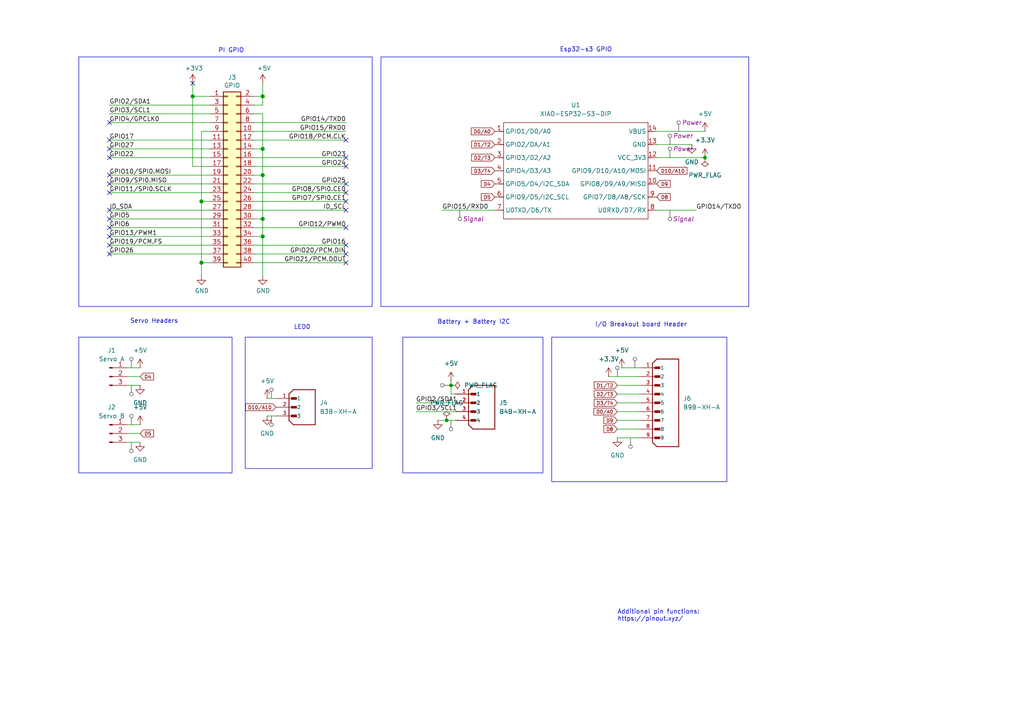
<source format=kicad_sch>
(kicad_sch (version 20231120) (generator "eeschema") (generator_version "8.0")
  (paper "A4")
  (title_block (date "15 nov 2012"))
  (lib_symbols
    (symbol "+3.3V_1" (power) (pin_numbers hide) (pin_names (offset 0) hide)
      (property "Value" "+3.3V" (at 0 3.556 0))
      (symbol "+3.3V_1_0_1"
        (polyline (pts (xy -0.762 1.27) (xy 0 2.54)))
        (polyline (pts (xy 0 0) (xy 0 2.54)))
        (polyline (pts (xy 0 2.54) (xy 0.762 1.27)))
      )
      (symbol "+3.3V_1_1_1"
        (pin power_in line (at 0 0 90) (length 0) (name "~") (number "1"))
      )
    )
    (symbol "+3.3V_2" (power) (pin_numbers hide) (pin_names (offset 0) hide)
      (property "Value" "+3.3V" (at 0 3.556 0))
      (symbol "+3.3V_2_0_1"
        (polyline (pts (xy -0.762 1.27) (xy 0 2.54)))
        (polyline (pts (xy 0 0) (xy 0 2.54)))
        (polyline (pts (xy 0 2.54) (xy 0.762 1.27)))
      )
      (symbol "+3.3V_2_1_1"
        (pin power_in line (at 0 0 90) (length 0) (name "~") (number "1"))
      )
    )
    (symbol "+5V_1" (power) (pin_numbers hide) (pin_names (offset 0) hide)
      (property "Value" "+5V" (at 0 3.556 0))
      (symbol "+5V_1_0_1"
        (polyline (pts (xy -0.762 1.27) (xy 0 2.54)))
        (polyline (pts (xy 0 0) (xy 0 2.54)))
        (polyline (pts (xy 0 2.54) (xy 0.762 1.27)))
      )
      (symbol "+5V_1_1_1"
        (pin power_in line (at 0 0 90) (length 0) (name "~") (number "1"))
      )
    )
    (symbol "+5V_2" (power) (pin_numbers hide) (pin_names (offset 0) hide)
      (property "Value" "+5V" (at 0 3.556 0))
      (symbol "+5V_2_0_1"
        (polyline (pts (xy -0.762 1.27) (xy 0 2.54)))
        (polyline (pts (xy 0 0) (xy 0 2.54)))
        (polyline (pts (xy 0 2.54) (xy 0.762 1.27)))
      )
      (symbol "+5V_2_1_1"
        (pin power_in line (at 0 0 90) (length 0) (name "~") (number "1"))
      )
    )
    (symbol "+5V_3" (power) (pin_numbers hide) (pin_names (offset 0) hide)
      (property "Value" "+5V" (at 0 3.556 0))
      (symbol "+5V_3_0_1"
        (polyline (pts (xy -0.762 1.27) (xy 0 2.54)))
        (polyline (pts (xy 0 0) (xy 0 2.54)))
        (polyline (pts (xy 0 2.54) (xy 0.762 1.27)))
      )
      (symbol "+5V_3_1_1"
        (pin power_in line (at 0 0 90) (length 0) (name "~") (number "1"))
      )
    )
    (symbol "+5V_4" (power) (pin_numbers hide) (pin_names (offset 0) hide)
      (property "Value" "+5V" (at 0 3.556 0))
      (symbol "+5V_4_0_1"
        (polyline (pts (xy -0.762 1.27) (xy 0 2.54)))
        (polyline (pts (xy 0 0) (xy 0 2.54)))
        (polyline (pts (xy 0 2.54) (xy 0.762 1.27)))
      )
      (symbol "+5V_4_1_1"
        (pin power_in line (at 0 0 90) (length 0) (name "~") (number "1"))
      )
    )
    (symbol "+5V_5" (power) (pin_numbers hide) (pin_names (offset 0) hide)
      (property "Value" "+5V" (at 0 3.556 0))
      (symbol "+5V_5_0_1"
        (polyline (pts (xy -0.762 1.27) (xy 0 2.54)))
        (polyline (pts (xy 0 0) (xy 0 2.54)))
        (polyline (pts (xy 0 2.54) (xy 0.762 1.27)))
      )
      (symbol "+5V_5_1_1"
        (pin power_in line (at 0 0 90) (length 0) (name "~") (number "1"))
      )
    )
    (symbol "B3B-XH-A:B3B-XH-A" (pin_names (offset 1.016))
      (property "Reference" "J" (at -2.54 6.35 0))
      (property "Value" "B3B-XH-A" (at -2.54 -7.62 0))
      (symbol "B3B-XH-A_0_0"
        (rectangle (start -3.175 -2.8575) (end -1.5875 -2.2225) (stroke (width 0.1)) (fill (type outline)))
        (rectangle (start -3.175 -0.3175) (end -1.5875 0.3175) (stroke (width 0.1)) (fill (type outline)))
        (rectangle (start -3.175 2.2225) (end -1.5875 2.8575) (stroke (width 0.1)) (fill (type outline)))
        (polyline (pts (xy -3.81 -3.81) (xy -2.54 -5.08)) (stroke (width 0.254)))
        (polyline (pts (xy -3.81 3.81) (xy -3.81 -3.81)) (stroke (width 0.254)))
        (polyline (pts (xy -3.81 3.81) (xy -2.54 5.08)) (stroke (width 0.254)))
        (polyline (pts (xy -2.54 -5.08) (xy 3.81 -5.08)) (stroke (width 0.254)))
        (polyline (pts (xy 3.81 -5.08) (xy 3.81 5.08)) (stroke (width 0.254)))
        (polyline (pts (xy 3.81 5.08) (xy -2.54 5.08)) (stroke (width 0.254)))
        (pin passive line (at -7.62 2.54 0) (length 5.08) (name "1") (number "1"))
        (pin passive line (at -7.62 0 0) (length 5.08) (name "2") (number "2"))
        (pin passive line (at -7.62 -2.54 0) (length 5.08) (name "3") (number "3"))
      )
    )
    (symbol "B4B-XH-A:B4B-XH-A" (pin_names (offset 1.016))
      (property "Reference" "J" (at -2.54 6.35 0))
      (property "Value" "B4B-XH-A" (at -2.54 -10.16 0))
      (symbol "B4B-XH-A_0_0"
        (rectangle (start -3.175 -5.3975) (end -1.5875 -4.7625) (stroke (width 0.1)) (fill (type outline)))
        (rectangle (start -3.175 -2.8575) (end -1.5875 -2.2225) (stroke (width 0.1)) (fill (type outline)))
        (rectangle (start -3.175 -0.3175) (end -1.5875 0.3175) (stroke (width 0.1)) (fill (type outline)))
        (rectangle (start -3.175 2.2225) (end -1.5875 2.8575) (stroke (width 0.1)) (fill (type outline)))
        (polyline (pts (xy -3.81 -6.35) (xy -2.54 -7.62)) (stroke (width 0.254)))
        (polyline (pts (xy -3.81 3.81) (xy -3.81 -6.35)) (stroke (width 0.254)))
        (polyline (pts (xy -3.81 3.81) (xy -2.54 5.08)) (stroke (width 0.254)))
        (polyline (pts (xy -2.54 -7.62) (xy 3.81 -7.62)) (stroke (width 0.254)))
        (polyline (pts (xy 3.81 -7.62) (xy 3.81 5.08)) (stroke (width 0.254)))
        (polyline (pts (xy 3.81 5.08) (xy -2.54 5.08)) (stroke (width 0.254)))
        (pin passive line (at -7.62 2.54 0) (length 5.08) (name "1") (number "1"))
        (pin passive line (at -7.62 0 0) (length 5.08) (name "2") (number "2"))
        (pin passive line (at -7.62 -2.54 0) (length 5.08) (name "3") (number "3"))
        (pin passive line (at -7.62 -5.08 0) (length 5.08) (name "4") (number "4"))
      )
    )
    (symbol "B9B-XH-A:B9B-XH-A" (pin_names (offset 1.016))
      (property "Reference" "J" (at -2.54 13.97 0))
      (property "Value" "B9B-XH-A" (at -2.54 -15.24 0))
      (symbol "B9B-XH-A_0_0"
        (rectangle (start -3.175 -10.4775) (end -1.5875 -9.8425) (stroke (width 0.1)) (fill (type outline)))
        (rectangle (start -3.175 -7.9375) (end -1.5875 -7.3025) (stroke (width 0.1)) (fill (type outline)))
        (rectangle (start -3.175 -5.3975) (end -1.5875 -4.7625) (stroke (width 0.1)) (fill (type outline)))
        (rectangle (start -3.175 -2.8575) (end -1.5875 -2.2225) (stroke (width 0.1)) (fill (type outline)))
        (rectangle (start -3.175 -0.3175) (end -1.5875 0.3175) (stroke (width 0.1)) (fill (type outline)))
        (rectangle (start -3.175 2.2225) (end -1.5875 2.8575) (stroke (width 0.1)) (fill (type outline)))
        (rectangle (start -3.175 4.7625) (end -1.5875 5.3975) (stroke (width 0.1)) (fill (type outline)))
        (rectangle (start -3.175 7.3025) (end -1.5875 7.9375) (stroke (width 0.1)) (fill (type outline)))
        (rectangle (start -3.175 9.8425) (end -1.5875 10.4775) (stroke (width 0.1)) (fill (type outline)))
        (polyline (pts (xy -3.81 -11.43) (xy -2.54 -12.7)) (stroke (width 0.254)))
        (polyline (pts (xy -3.81 11.43) (xy -3.81 -11.43)) (stroke (width 0.254)))
        (polyline (pts (xy -3.81 11.43) (xy -2.54 12.7)) (stroke (width 0.254)))
        (polyline (pts (xy -2.54 -12.7) (xy 3.81 -12.7)) (stroke (width 0.254)))
        (polyline (pts (xy 3.81 -12.7) (xy 3.81 12.7)) (stroke (width 0.254)))
        (polyline (pts (xy 3.81 12.7) (xy -2.54 12.7)) (stroke (width 0.254)))
        (pin passive line (at -7.62 10.16 0) (length 5.08) (name "1") (number "1"))
        (pin passive line (at -7.62 7.62 0) (length 5.08) (name "2") (number "2"))
        (pin passive line (at -7.62 5.08 0) (length 5.08) (name "3") (number "3"))
        (pin passive line (at -7.62 2.54 0) (length 5.08) (name "4") (number "4"))
        (pin passive line (at -7.62 0 0) (length 5.08) (name "5") (number "5"))
        (pin passive line (at -7.62 -2.54 0) (length 5.08) (name "6") (number "6"))
        (pin passive line (at -7.62 -5.08 0) (length 5.08) (name "7") (number "7"))
        (pin passive line (at -7.62 -7.62 0) (length 5.08) (name "8") (number "8"))
        (pin passive line (at -7.62 -10.16 0) (length 5.08) (name "9") (number "9"))
      )
    )
    (symbol "Connector:Conn_01x03_Pin" (pin_names (offset 1.016) hide)
      (property "Reference" "J" (at 0 5.08 0))
      (property "Value" "Conn_01x03_Pin" (at 0 -5.08 0))
      (symbol "Conn_01x03_Pin_1_1"
        (polyline (pts (xy 1.27 -2.54) (xy 0.8636 -2.54)) (stroke (width 0.1524)))
        (polyline (pts (xy 1.27 0) (xy 0.8636 0)) (stroke (width 0.1524)))
        (polyline (pts (xy 1.27 2.54) (xy 0.8636 2.54)) (stroke (width 0.1524)))
        (rectangle (start 0.8636 -2.413) (end 0 -2.667) (stroke (width 0.1524)) (fill (type outline)))
        (rectangle (start 0.8636 0.127) (end 0 -0.127) (stroke (width 0.1524)) (fill (type outline)))
        (rectangle (start 0.8636 2.667) (end 0 2.413) (stroke (width 0.1524)) (fill (type outline)))
        (pin passive line (at 5.08 2.54 180) (length 3.81) (name "Pin_1") (number "1"))
        (pin passive line (at 5.08 0 180) (length 3.81) (name "Pin_2") (number "2"))
        (pin passive line (at 5.08 -2.54 180) (length 3.81) (name "Pin_3") (number "3"))
      )
    )
    (symbol "Connector_Generic:Conn_02x20_Odd_Even" (pin_names (offset 1.016) hide)
      (property "Reference" "J" (at 1.27 25.4 0))
      (property "Value" "Conn_02x20_Odd_Even" (at 1.27 -27.94 0))
      (symbol "Conn_02x20_Odd_Even_1_1"
        (rectangle (start -1.27 -25.273) (end 0 -25.527) (stroke (width 0.1524)))
        (rectangle (start -1.27 -22.733) (end 0 -22.987) (stroke (width 0.1524)))
        (rectangle (start -1.27 -20.193) (end 0 -20.447) (stroke (width 0.1524)))
        (rectangle (start -1.27 -17.653) (end 0 -17.907) (stroke (width 0.1524)))
        (rectangle (start -1.27 -15.113) (end 0 -15.367) (stroke (width 0.1524)))
        (rectangle (start -1.27 -12.573) (end 0 -12.827) (stroke (width 0.1524)))
        (rectangle (start -1.27 -10.033) (end 0 -10.287) (stroke (width 0.1524)))
        (rectangle (start -1.27 -7.493) (end 0 -7.747) (stroke (width 0.1524)))
        (rectangle (start -1.27 -4.953) (end 0 -5.207) (stroke (width 0.1524)))
        (rectangle (start -1.27 -2.413) (end 0 -2.667) (stroke (width 0.1524)))
        (rectangle (start -1.27 0.127) (end 0 -0.127) (stroke (width 0.1524)))
        (rectangle (start -1.27 2.667) (end 0 2.413) (stroke (width 0.1524)))
        (rectangle (start -1.27 5.207) (end 0 4.953) (stroke (width 0.1524)))
        (rectangle (start -1.27 7.747) (end 0 7.493) (stroke (width 0.1524)))
        (rectangle (start -1.27 10.287) (end 0 10.033) (stroke (width 0.1524)))
        (rectangle (start -1.27 12.827) (end 0 12.573) (stroke (width 0.1524)))
        (rectangle (start -1.27 15.367) (end 0 15.113) (stroke (width 0.1524)))
        (rectangle (start -1.27 17.907) (end 0 17.653) (stroke (width 0.1524)))
        (rectangle (start -1.27 20.447) (end 0 20.193) (stroke (width 0.1524)))
        (rectangle (start -1.27 22.987) (end 0 22.733) (stroke (width 0.1524)))
        (rectangle (start -1.27 24.13) (end 3.81 -26.67) (stroke (width 0.254)) (fill (type background)))
        (rectangle (start 3.81 -25.273) (end 2.54 -25.527) (stroke (width 0.1524)))
        (rectangle (start 3.81 -22.733) (end 2.54 -22.987) (stroke (width 0.1524)))
        (rectangle (start 3.81 -20.193) (end 2.54 -20.447) (stroke (width 0.1524)))
        (rectangle (start 3.81 -17.653) (end 2.54 -17.907) (stroke (width 0.1524)))
        (rectangle (start 3.81 -15.113) (end 2.54 -15.367) (stroke (width 0.1524)))
        (rectangle (start 3.81 -12.573) (end 2.54 -12.827) (stroke (width 0.1524)))
        (rectangle (start 3.81 -10.033) (end 2.54 -10.287) (stroke (width 0.1524)))
        (rectangle (start 3.81 -7.493) (end 2.54 -7.747) (stroke (width 0.1524)))
        (rectangle (start 3.81 -4.953) (end 2.54 -5.207) (stroke (width 0.1524)))
        (rectangle (start 3.81 -2.413) (end 2.54 -2.667) (stroke (width 0.1524)))
        (rectangle (start 3.81 0.127) (end 2.54 -0.127) (stroke (width 0.1524)))
        (rectangle (start 3.81 2.667) (end 2.54 2.413) (stroke (width 0.1524)))
        (rectangle (start 3.81 5.207) (end 2.54 4.953) (stroke (width 0.1524)))
        (rectangle (start 3.81 7.747) (end 2.54 7.493) (stroke (width 0.1524)))
        (rectangle (start 3.81 10.287) (end 2.54 10.033) (stroke (width 0.1524)))
        (rectangle (start 3.81 12.827) (end 2.54 12.573) (stroke (width 0.1524)))
        (rectangle (start 3.81 15.367) (end 2.54 15.113) (stroke (width 0.1524)))
        (rectangle (start 3.81 17.907) (end 2.54 17.653) (stroke (width 0.1524)))
        (rectangle (start 3.81 20.447) (end 2.54 20.193) (stroke (width 0.1524)))
        (rectangle (start 3.81 22.987) (end 2.54 22.733) (stroke (width 0.1524)))
        (pin passive line (at -5.08 22.86 0) (length 3.81) (name "Pin_1") (number "1"))
        (pin passive line (at 7.62 12.7 180) (length 3.81) (name "Pin_10") (number "10"))
        (pin passive line (at -5.08 10.16 0) (length 3.81) (name "Pin_11") (number "11"))
        (pin passive line (at 7.62 10.16 180) (length 3.81) (name "Pin_12") (number "12"))
        (pin passive line (at -5.08 7.62 0) (length 3.81) (name "Pin_13") (number "13"))
        (pin passive line (at 7.62 7.62 180) (length 3.81) (name "Pin_14") (number "14"))
        (pin passive line (at -5.08 5.08 0) (length 3.81) (name "Pin_15") (number "15"))
        (pin passive line (at 7.62 5.08 180) (length 3.81) (name "Pin_16") (number "16"))
        (pin passive line (at -5.08 2.54 0) (length 3.81) (name "Pin_17") (number "17"))
        (pin passive line (at 7.62 2.54 180) (length 3.81) (name "Pin_18") (number "18"))
        (pin passive line (at -5.08 0 0) (length 3.81) (name "Pin_19") (number "19"))
        (pin passive line (at 7.62 22.86 180) (length 3.81) (name "Pin_2") (number "2"))
        (pin passive line (at 7.62 0 180) (length 3.81) (name "Pin_20") (number "20"))
        (pin passive line (at -5.08 -2.54 0) (length 3.81) (name "Pin_21") (number "21"))
        (pin passive line (at 7.62 -2.54 180) (length 3.81) (name "Pin_22") (number "22"))
        (pin passive line (at -5.08 -5.08 0) (length 3.81) (name "Pin_23") (number "23"))
        (pin passive line (at 7.62 -5.08 180) (length 3.81) (name "Pin_24") (number "24"))
        (pin passive line (at -5.08 -7.62 0) (length 3.81) (name "Pin_25") (number "25"))
        (pin passive line (at 7.62 -7.62 180) (length 3.81) (name "Pin_26") (number "26"))
        (pin passive line (at -5.08 -10.16 0) (length 3.81) (name "Pin_27") (number "27"))
        (pin passive line (at 7.62 -10.16 180) (length 3.81) (name "Pin_28") (number "28"))
        (pin passive line (at -5.08 -12.7 0) (length 3.81) (name "Pin_29") (number "29"))
        (pin passive line (at -5.08 20.32 0) (length 3.81) (name "Pin_3") (number "3"))
        (pin passive line (at 7.62 -12.7 180) (length 3.81) (name "Pin_30") (number "30"))
        (pin passive line (at -5.08 -15.24 0) (length 3.81) (name "Pin_31") (number "31"))
        (pin passive line (at 7.62 -15.24 180) (length 3.81) (name "Pin_32") (number "32"))
        (pin passive line (at -5.08 -17.78 0) (length 3.81) (name "Pin_33") (number "33"))
        (pin passive line (at 7.62 -17.78 180) (length 3.81) (name "Pin_34") (number "34"))
        (pin passive line (at -5.08 -20.32 0) (length 3.81) (name "Pin_35") (number "35"))
        (pin passive line (at 7.62 -20.32 180) (length 3.81) (name "Pin_36") (number "36"))
        (pin passive line (at -5.08 -22.86 0) (length 3.81) (name "Pin_37") (number "37"))
        (pin passive line (at 7.62 -22.86 180) (length 3.81) (name "Pin_38") (number "38"))
        (pin passive line (at -5.08 -25.4 0) (length 3.81) (name "Pin_39") (number "39"))
        (pin passive line (at 7.62 20.32 180) (length 3.81) (name "Pin_4") (number "4"))
        (pin passive line (at 7.62 -25.4 180) (length 3.81) (name "Pin_40") (number "40"))
        (pin passive line (at -5.08 17.78 0) (length 3.81) (name "Pin_5") (number "5"))
        (pin passive line (at 7.62 17.78 180) (length 3.81) (name "Pin_6") (number "6"))
        (pin passive line (at -5.08 15.24 0) (length 3.81) (name "Pin_7") (number "7"))
        (pin passive line (at 7.62 15.24 180) (length 3.81) (name "Pin_8") (number "8"))
        (pin passive line (at -5.08 12.7 0) (length 3.81) (name "Pin_9") (number "9"))
      )
    )
    (symbol "GND_1" (power) (pin_numbers hide) (pin_names (offset 0) hide)
      (property "Value" "GND" (at 0 -3.81 0))
      (symbol "GND_1_0_1"
        (polyline (pts (xy 0 0) (xy 0 -1.27) (xy 1.27 -1.27) (xy 0 -2.54) (xy -1.27 -1.27) (xy 0 -1.27)))
      )
      (symbol "GND_1_1_1"
        (pin power_in line (at 0 0 270) (length 0) (name "~") (number "1"))
      )
    )
    (symbol "GND_2" (power) (pin_numbers hide) (pin_names (offset 0) hide)
      (property "Value" "GND" (at 0 -3.81 0))
      (symbol "GND_2_0_1"
        (polyline (pts (xy 0 0) (xy 0 -1.27) (xy 1.27 -1.27) (xy 0 -2.54) (xy -1.27 -1.27) (xy 0 -1.27)))
      )
      (symbol "GND_2_1_1"
        (pin power_in line (at 0 0 270) (length 0) (name "~") (number "1"))
      )
    )
    (symbol "GND_3" (power) (pin_numbers hide) (pin_names (offset 0) hide)
      (property "Value" "GND" (at 0 -3.81 0))
      (symbol "GND_3_0_1"
        (polyline (pts (xy 0 0) (xy 0 -1.27) (xy 1.27 -1.27) (xy 0 -2.54) (xy -1.27 -1.27) (xy 0 -1.27)))
      )
      (symbol "GND_3_1_1"
        (pin power_in line (at 0 0 270) (length 0) (name "~") (number "1"))
      )
    )
    (symbol "GND_4" (power) (pin_numbers hide) (pin_names (offset 0) hide)
      (property "Value" "GND" (at 0 -3.81 0))
      (symbol "GND_4_0_1"
        (polyline (pts (xy 0 0) (xy 0 -1.27) (xy 1.27 -1.27) (xy 0 -2.54) (xy -1.27 -1.27) (xy 0 -1.27)))
      )
      (symbol "GND_4_1_1"
        (pin power_in line (at 0 0 270) (length 0) (name "~") (number "1"))
      )
    )
    (symbol "GND_5" (power) (pin_numbers hide) (pin_names (offset 0) hide)
      (property "Value" "GND" (at 0 -3.81 0))
      (symbol "GND_5_0_1"
        (polyline (pts (xy 0 0) (xy 0 -1.27) (xy 1.27 -1.27) (xy 0 -2.54) (xy -1.27 -1.27) (xy 0 -1.27)))
      )
      (symbol "GND_5_1_1"
        (pin power_in line (at 0 0 270) (length 0) (name "~") (number "1"))
      )
    )
    (symbol "Seeed_Studio_XIAO_Series:XIAO-ESP32-S3-DIP"
      (property "Reference" "U" (at 1.27 0.508 0))
      (property "Value" "XIAO-ESP32-S3-DIP" (at 9.652 -1.778 0))
      (symbol "XIAO-ESP32-S3-DIP_1_0"
        (polyline (pts (xy 0 -30.48) (xy 0 -16.51)) (stroke (width 0.1524)))
        (polyline (pts (xy 0 -27.94) (xy -1.27 -27.94)) (stroke (width 0.1524)))
        (polyline (pts (xy 0 -24.13) (xy -1.27 -24.13)) (stroke (width 0.1524)))
        (polyline (pts (xy 0 -20.32) (xy -1.27 -20.32)) (stroke (width 0.1524)))
        (polyline (pts (xy 0 -16.51) (xy -1.27 -16.51)) (stroke (width 0.1524)))
        (polyline (pts (xy 0 -16.51) (xy 0 -12.7)) (stroke (width 0.1524)))
        (polyline (pts (xy 0 -12.7) (xy -1.27 -12.7)) (stroke (width 0.1524)))
        (polyline (pts (xy 0 -12.7) (xy 0 -8.89)) (stroke (width 0.1524)))
        (polyline (pts (xy 0 -8.89) (xy -1.27 -8.89)) (stroke (width 0.1524)))
        (polyline (pts (xy 0 -8.89) (xy 0 -5.08)) (stroke (width 0.1524)))
        (polyline (pts (xy 0 -5.08) (xy -1.27 -5.08)) (stroke (width 0.1524)))
        (polyline (pts (xy 0 -5.08) (xy 0 -2.54)) (stroke (width 0.1524)))
        (polyline (pts (xy 0 -2.54) (xy 41.91 -2.54)) (stroke (width 0.1524)))
        (polyline (pts (xy 41.91 -30.48) (xy 0 -30.48)) (stroke (width 0.1524)))
        (polyline (pts (xy 41.91 -12.7) (xy 41.91 -30.48)) (stroke (width 0.1524)))
        (polyline (pts (xy 41.91 -8.89) (xy 41.91 -12.7)) (stroke (width 0.1524)))
        (polyline (pts (xy 41.91 -5.08) (xy 41.91 -8.89)) (stroke (width 0.1524)))
        (polyline (pts (xy 41.91 -2.54) (xy 41.91 -5.08)) (stroke (width 0.1524)))
        (polyline (pts (xy 43.18 -27.94) (xy 41.91 -27.94)) (stroke (width 0.1524)))
        (polyline (pts (xy 43.18 -24.13) (xy 41.91 -24.13)) (stroke (width 0.1524)))
        (polyline (pts (xy 43.18 -20.32) (xy 41.91 -20.32)) (stroke (width 0.1524)))
        (polyline (pts (xy 43.18 -16.51) (xy 41.91 -16.51)) (stroke (width 0.1524)))
        (polyline (pts (xy 43.18 -12.7) (xy 41.91 -12.7)) (stroke (width 0.1524)))
        (polyline (pts (xy 43.18 -8.89) (xy 41.91 -8.89)) (stroke (width 0.1524)))
        (polyline (pts (xy 43.18 -5.08) (xy 41.91 -5.08)) (stroke (width 0.1524)))
        (pin passive line (at -2.54 -5.08 0) (length 2.54) (name "GPIO1/D0/A0") (number "1"))
        (pin passive line (at 44.45 -20.32 180) (length 2.54) (name "GPIO8/D9/A9/MISO") (number "10"))
        (pin passive line (at 44.45 -16.51 180) (length 2.54) (name "GPIO9/D10/A10/MOSI") (number "11"))
        (pin passive line (at 44.45 -12.7 180) (length 2.54) (name "VCC_3V3") (number "12"))
        (pin passive line (at 44.45 -8.89 180) (length 2.54) (name "GND") (number "13"))
        (pin passive line (at 44.45 -5.08 180) (length 2.54) (name "VBUS") (number "14"))
        (pin passive line (at -2.54 -8.89 0) (length 2.54) (name "GPIO2/DA/A1") (number "2"))
        (pin passive line (at -2.54 -12.7 0) (length 2.54) (name "GPIO3/D2/A2") (number "3"))
        (pin passive line (at -2.54 -16.51 0) (length 2.54) (name "GPIO4/D3/A3") (number "4"))
        (pin passive line (at -2.54 -20.32 0) (length 2.54) (name "GPIO5/D4/I2C_SDA") (number "5"))
        (pin passive line (at -2.54 -24.13 0) (length 2.54) (name "GPIO9/D5/I2C_SCL") (number "6"))
        (pin passive line (at -2.54 -27.94 0) (length 2.54) (name "U0TXD/D6/TX") (number "7"))
        (pin passive line (at 44.45 -27.94 180) (length 2.54) (name "U0RXD/D7/RX") (number "8"))
        (pin passive line (at 44.45 -24.13 180) (length 2.54) (name "GPIO7/D8/A8/SCK") (number "9"))
      )
    )
    (symbol "power:+3.3V" (power) (pin_names (offset 0))
      (property "Value" "+3.3V" (at 0 3.556 0))
      (symbol "+3.3V_0_1"
        (polyline (pts (xy -0.762 1.27) (xy 0 2.54)))
        (polyline (pts (xy 0 0) (xy 0 2.54)))
        (polyline (pts (xy 0 2.54) (xy 0.762 1.27)))
      )
      (symbol "+3.3V_1_1"
        (pin power_in line (at 0 0 90) (length 0) hide (name "+3V3") (number "1"))
      )
    )
    (symbol "power:+5V" (power) (pin_names (offset 0))
      (property "Value" "+5V" (at 0 3.556 0))
      (symbol "+5V_0_1"
        (polyline (pts (xy -0.762 1.27) (xy 0 2.54)))
        (polyline (pts (xy 0 0) (xy 0 2.54)))
        (polyline (pts (xy 0 2.54) (xy 0.762 1.27)))
      )
      (symbol "+5V_1_1"
        (pin power_in line (at 0 0 90) (length 0) hide (name "+5V") (number "1"))
      )
    )
    (symbol "power:GND" (power) (pin_names (offset 0))
      (property "Value" "GND" (at 0 -3.81 0))
      (symbol "GND_0_1"
        (polyline (pts (xy 0 0) (xy 0 -1.27) (xy 1.27 -1.27) (xy 0 -2.54) (xy -1.27 -1.27) (xy 0 -1.27)))
      )
      (symbol "GND_1_1"
        (pin power_in line (at 0 0 270) (length 0) hide (name "GND") (number "1"))
      )
    )
    (symbol "power:PWR_FLAG" (power) (pin_numbers hide) (pin_names (offset 0) hide)
      (property "Value" "PWR_FLAG" (at 0 3.81 0))
      (symbol "PWR_FLAG_0_0"
        (pin power_out line (at 0 0 90) (length 0) (name "~") (number "1"))
      )
      (symbol "PWR_FLAG_0_1"
        (polyline (pts (xy 0 0) (xy 0 1.27) (xy -1.016 1.905) (xy 0 2.54) (xy 1.016 1.905) (xy 0 1.27)))
      )
    )
  )
  (junction (at 130.81 111.76))
  (junction (at 76.2 27.94) (diameter 1.016))
  (junction (at 76.2 43.18) (diameter 1.016))
  (junction (at 204.47 45.72))
  (junction (at 58.42 76.2) (diameter 1.016))
  (junction (at 58.42 58.42) (diameter 1.016))
  (junction (at 76.2 68.58) (diameter 1.016))
  (junction (at 76.2 63.5) (diameter 1.016))
  (junction (at 76.2 50.8) (diameter 1.016))
  (junction (at 129.54 121.92))
  (junction (at 55.88 27.94) (diameter 1.016))
  (no_connect (at 31.75 55.88))
  (no_connect (at 100.33 76.2))
  (no_connect (at 100.33 73.66))
  (no_connect (at 31.75 71.12))
  (no_connect (at 100.33 66.04))
  (no_connect (at 31.75 35.56))
  (no_connect (at 31.75 45.72))
  (no_connect (at 31.75 63.5))
  (no_connect (at 31.75 68.58))
  (no_connect (at 31.75 66.04))
  (no_connect (at 100.33 55.88))
  (no_connect (at 31.75 53.34))
  (no_connect (at 100.33 71.12))
  (no_connect (at 31.75 43.18))
  (no_connect (at 55.88 24.13))
  (no_connect (at 31.75 40.64))
  (no_connect (at 100.33 58.42))
  (no_connect (at 31.75 50.8))
  (no_connect (at 100.33 48.26))
  (no_connect (at 31.75 73.66))
  (no_connect (at 100.33 45.72))
  (no_connect (at 100.33 40.64))
  (no_connect (at 31.75 60.96))
  (no_connect (at 100.33 60.96))
  (no_connect (at 100.33 53.34))
  (wire (pts (xy 58.42 58.42) (xy 58.42 76.2)))
  (wire (pts (xy 73.66 58.42) (xy 100.33 58.42)))
  (wire (pts (xy 127 121.92) (xy 129.54 121.92)))
  (wire (pts (xy 60.96 40.64) (xy 31.75 40.64)))
  (wire (pts (xy 36.83 106.68) (xy 40.64 106.68)))
  (wire (pts (xy 76.2 33.02) (xy 76.2 43.18)))
  (wire (pts (xy 179.07 114.3) (xy 185.42 114.3)))
  (wire (pts (xy 76.2 50.8) (xy 73.66 50.8)))
  (wire (pts (xy 76.2 63.5) (xy 76.2 68.58)))
  (wire (pts (xy 128.27 60.96) (xy 143.51 60.96)))
  (wire (pts (xy 77.47 115.57) (xy 80.01 115.57)))
  (wire (pts (xy 76.2 50.8) (xy 76.2 63.5)))
  (wire (pts (xy 73.66 35.56) (xy 100.33 35.56)))
  (wire (pts (xy 58.42 38.1) (xy 58.42 58.42)))
  (wire (pts (xy 179.07 124.46) (xy 185.42 124.46)))
  (wire (pts (xy 58.42 38.1) (xy 60.96 38.1)))
  (wire (pts (xy 73.66 55.88) (xy 100.33 55.88)))
  (wire (pts (xy 60.96 60.96) (xy 31.75 60.96)))
  (wire (pts (xy 31.75 63.5) (xy 60.96 63.5)))
  (wire (pts (xy 179.07 116.84) (xy 185.42 116.84)))
  (wire (pts (xy 179.07 121.92) (xy 185.42 121.92)))
  (wire (pts (xy 130.81 114.3) (xy 132.08 114.3)))
  (wire (pts (xy 58.42 58.42) (xy 60.96 58.42)))
  (wire (pts (xy 190.5 38.1) (xy 204.47 38.1)))
  (wire (pts (xy 73.66 45.72) (xy 100.33 45.72)))
  (wire (pts (xy 73.66 76.2) (xy 100.33 76.2)))
  (wire (pts (xy 58.42 76.2) (xy 58.42 80.01)))
  (wire (pts (xy 31.75 43.18) (xy 60.96 43.18)))
  (wire (pts (xy 55.88 24.13) (xy 55.88 27.94)))
  (wire (pts (xy 130.81 110.49) (xy 130.81 111.76)))
  (wire (pts (xy 36.83 125.73) (xy 40.64 125.73)))
  (wire (pts (xy 76.2 68.58) (xy 73.66 68.58)))
  (wire (pts (xy 31.75 33.02) (xy 60.96 33.02)))
  (wire (pts (xy 31.75 55.88) (xy 60.96 55.88)))
  (wire (pts (xy 55.88 48.26) (xy 60.96 48.26)))
  (wire (pts (xy 60.96 30.48) (xy 31.75 30.48)))
  (wire (pts (xy 76.2 27.94) (xy 76.2 30.48)))
  (wire (pts (xy 76.2 43.18) (xy 76.2 50.8)))
  (wire (pts (xy 73.66 40.64) (xy 100.33 40.64)))
  (wire (pts (xy 76.2 43.18) (xy 73.66 43.18)))
  (wire (pts (xy 76.2 24.13) (xy 76.2 27.94)))
  (wire (pts (xy 31.75 35.56) (xy 60.96 35.56)))
  (wire (pts (xy 76.2 27.94) (xy 73.66 27.94)))
  (wire (pts (xy 55.88 27.94) (xy 55.88 48.26)))
  (wire (pts (xy 73.66 48.26) (xy 100.33 48.26)))
  (wire (pts (xy 73.66 38.1) (xy 100.33 38.1)))
  (wire (pts (xy 36.83 111.76) (xy 40.64 111.76)))
  (wire (pts (xy 120.65 116.84) (xy 132.08 116.84)))
  (wire (pts (xy 31.75 45.72) (xy 60.96 45.72)))
  (wire (pts (xy 31.75 53.34) (xy 60.96 53.34)))
  (wire (pts (xy 190.5 45.72) (xy 204.47 45.72)))
  (wire (pts (xy 190.5 41.91) (xy 200.66 41.91)))
  (wire (pts (xy 179.07 111.76) (xy 185.42 111.76)))
  (wire (pts (xy 129.54 121.92) (xy 132.08 121.92)))
  (wire (pts (xy 180.34 106.68) (xy 185.42 106.68)))
  (wire (pts (xy 31.75 66.04) (xy 60.96 66.04)))
  (wire (pts (xy 76.2 30.48) (xy 73.66 30.48)))
  (wire (pts (xy 179.07 127) (xy 185.42 127)))
  (wire (pts (xy 77.47 120.65) (xy 80.01 120.65)))
  (wire (pts (xy 31.75 71.12) (xy 60.96 71.12)))
  (wire (pts (xy 73.66 71.12) (xy 100.33 71.12)))
  (wire (pts (xy 73.66 66.04) (xy 100.33 66.04)))
  (wire (pts (xy 58.42 76.2) (xy 60.96 76.2)))
  (wire (pts (xy 130.81 111.76) (xy 130.81 114.3)))
  (wire (pts (xy 73.66 73.66) (xy 100.33 73.66)))
  (wire (pts (xy 76.2 33.02) (xy 73.66 33.02)))
  (wire (pts (xy 31.75 73.66) (xy 60.96 73.66)))
  (wire (pts (xy 36.83 109.22) (xy 40.64 109.22)))
  (wire (pts (xy 36.83 128.27) (xy 40.64 128.27)))
  (wire (pts (xy 120.65 119.38) (xy 132.08 119.38)))
  (wire (pts (xy 76.2 68.58) (xy 76.2 80.01)))
  (wire (pts (xy 73.66 53.34) (xy 100.33 53.34)))
  (wire (pts (xy 60.96 68.58) (xy 31.75 68.58)))
  (wire (pts (xy 179.07 119.38) (xy 185.42 119.38)))
  (wire (pts (xy 190.5 60.96) (xy 201.93 60.96)))
  (wire (pts (xy 76.2 63.5) (xy 73.66 63.5)))
  (wire (pts (xy 55.88 27.94) (xy 60.96 27.94)))
  (wire (pts (xy 36.83 123.19) (xy 40.64 123.19)))
  (wire (pts (xy 60.96 50.8) (xy 31.75 50.8)))
  (wire (pts (xy 73.66 60.96) (xy 100.33 60.96)))
  (wire (pts (xy 176.53 109.22) (xy 185.42 109.22)))
  (rectangle (start 110.49 16.51) (end 217.17 88.9))
  (rectangle (start 160.02 97.79) (end 210.82 139.7))
  (rectangle (start 22.86 16.51) (end 107.95 88.9))
  (rectangle (start 71.12 97.79) (end 107.95 135.89))
  (rectangle (start 22.86 97.79) (end 67.31 137.16))
  (rectangle (start 116.84 97.79) (end 157.48 137.16))
  (text "PI GPIO" (at 67.056 14.732 0) (effects (font (size 1.27 1.27))))
  (text "Battery + Battery I2C\n" (at 137.414 93.472 0) (effects (font (size 1.27 1.27))))
  (text "Servo Headers" (at 44.704 93.218 0) (effects (font (size 1.27 1.27))))
  (text "Additional pin functions:\nhttps://pinout.xyz/" (at 179.07 180.34 0) (effects (font (size 1.27 1.27)) (justify left bottom)))
  (text "LED0" (at 87.63 94.996 0) (effects (font (size 1.27 1.27))))
  (text "I/O Breakout board Header\n" (at 185.928 94.234 0) (effects (font (size 1.27 1.27))))
  (text "Esp32-s3 GPIO\n" (at 169.926 14.478 0) (effects (font (size 1.27 1.27))))
  (label "ID_SDA" (at 31.75 60.96 0))
  (label "GPIO6" (at 31.75 66.04 0))
  (label "GPIO2{slash}SDA1" (at 120.65 116.84 0))
  (label "ID_SCL" (at 100.33 60.96 180))
  (label "GPIO5" (at 31.75 63.5 0))
  (label "GPIO21{slash}PCM.DOUT" (at 100.33 76.2 180))
  (label "GPIO19{slash}PCM.FS" (at 31.75 71.12 0))
  (label "GPIO10{slash}SPI0.MOSI" (at 31.75 50.8 0))
  (label "GPIO9{slash}SPI0.MISO" (at 31.75 53.34 0))
  (label "GPIO23" (at 100.33 45.72 180))
  (label "GPIO4{slash}GPCLK0" (at 31.75 35.56 0))
  (label "GPIO27" (at 31.75 43.18 0))
  (label "GPIO26" (at 31.75 73.66 0))
  (label "GPIO14{slash}TXD0" (at 100.33 35.56 180))
  (label "GPIO8{slash}SPI0.CE0" (at 100.33 55.88 180))
  (label "GPIO15{slash}RXD0" (at 100.33 38.1 180))
  (label "GPIO16" (at 100.33 71.12 180))
  (label "GPIO22" (at 31.75 45.72 0))
  (label "GPIO2{slash}SDA1" (at 31.75 30.48 0))
  (label "GPIO17" (at 31.75 40.64 0))
  (label "GPIO25" (at 100.33 53.34 180))
  (label "GPIO3{slash}SCL1" (at 31.75 33.02 0))
  (label "GPIO18{slash}PCM.CLK" (at 100.33 40.64 180))
  (label "GPIO12{slash}PWM0" (at 100.33 66.04 180))
  (label "GPIO13{slash}PWM1" (at 31.75 68.58 0))
  (label "GPIO20{slash}PCM.DIN" (at 100.33 73.66 180))
  (label "GPIO24" (at 100.33 48.26 180))
  (label "GPIO7{slash}SPI0.CE1" (at 100.33 58.42 180))
  (label "GPIO14{slash}TXD0" (at 201.93 60.96 0))
  (label "GPIO3{slash}SCL1" (at 120.65 119.38 0))
  (label "GPIO15{slash}RXD0" (at 128.27 60.96 0))
  (label "GPIO11{slash}SPI0.SCLK" (at 31.75 55.88 0))
  (global_label "D9" (shape input) (at 179.07 121.92 180) (effects (font (size 1.016 1.016))) (property "Intersheetrefs" "${INTERSHEET_REFS}" (effects (hide yes))))
  (global_label "D8" (shape input) (at 190.5 57.15 0) (effects (font (size 1.016 1.016))) (property "Intersheetrefs" "${INTERSHEET_REFS}" (effects (hide yes))))
  (global_label "D2{slash}T3" (shape input) (at 179.07 114.3 180) (effects (font (size 1.016 1.016))) (property "Intersheetrefs" "${INTERSHEET_REFS}" (effects (hide yes))))
  (global_label "D0{slash}A0" (shape input) (at 179.07 119.38 180) (effects (font (size 1.016 1.016))) (property "Intersheetrefs" "${INTERSHEET_REFS}" (effects (hide yes))))
  (global_label "D5" (shape input) (at 40.64 125.73 0) (effects (font (size 1.016 1.016))) (property "Intersheetrefs" "${INTERSHEET_REFS}" (effects (hide yes))))
  (global_label "D4" (shape input) (at 40.64 109.22 0) (effects (font (size 1.016 1.016))) (property "Intersheetrefs" "${INTERSHEET_REFS}" (effects (hide yes))))
  (global_label "D5" (shape input) (at 143.51 57.15 180) (effects (font (size 1.016 1.016))) (property "Intersheetrefs" "${INTERSHEET_REFS}" (effects (hide yes))))
  (global_label "D9" (shape input) (at 190.5 53.34 0) (effects (font (size 1.016 1.016))) (property "Intersheetrefs" "${INTERSHEET_REFS}" (effects (hide yes))))
  (global_label "D3{slash}T4" (shape input) (at 179.07 116.84 180) (effects (font (size 1.016 1.016))) (property "Intersheetrefs" "${INTERSHEET_REFS}" (effects (hide yes))))
  (global_label "D10{slash}A10" (shape input) (at 190.5 49.53 0) (effects (font (size 1.016 1.016))) (property "Intersheetrefs" "${INTERSHEET_REFS}" (effects (hide yes))))
  (global_label "D1{slash}T2" (shape input) (at 179.07 111.76 180) (effects (font (size 1.016 1.016))) (property "Intersheetrefs" "${INTERSHEET_REFS}" (effects (hide yes))))
  (global_label "D10{slash}A10" (shape input) (at 80.01 118.11 180) (effects (font (size 1.016 1.016))) (property "Intersheetrefs" "${INTERSHEET_REFS}" (effects (hide yes))))
  (global_label "D0{slash}A0" (shape input) (at 143.51 38.1 180) (effects (font (size 1.016 1.016))) (property "Intersheetrefs" "${INTERSHEET_REFS}" (effects (hide yes))))
  (global_label "D3{slash}T4" (shape input) (at 143.51 49.53 180) (effects (font (size 1.016 1.016))) (property "Intersheetrefs" "${INTERSHEET_REFS}" (effects (hide yes))))
  (global_label "D2{slash}T3" (shape input) (at 143.51 45.72 180) (effects (font (size 1.016 1.016))) (property "Intersheetrefs" "${INTERSHEET_REFS}" (effects (hide yes))))
  (global_label "D8" (shape input) (at 179.07 124.46 180) (effects (font (size 1.016 1.016))) (property "Intersheetrefs" "${INTERSHEET_REFS}" (effects (hide yes))))
  (global_label "D4" (shape input) (at 143.51 53.34 180) (effects (font (size 1.016 1.016))) (property "Intersheetrefs" "${INTERSHEET_REFS}" (effects (hide yes))))
  (global_label "D1{slash}T2" (shape input) (at 143.51 41.91 180) (effects (font (size 1.016 1.016))) (property "Intersheetrefs" "${INTERSHEET_REFS}" (effects (hide yes))))
  (netclass_flag "" (length 2.54) (shape round) (at 179.07 109.22 0) (property "Netclass" "Power" (effects (hide yes))))
  (netclass_flag "" (length 2.54) (shape round) (at 130.81 111.76 90) (property "Netclass" "Power" (effects (hide yes))))
  (netclass_flag "" (length 2.54) (shape round) (at 38.1 128.27 180) (property "Netclass" "Power" (effects (hide yes))))
  (netclass_flag "" (length 2.54) (shape round) (at 38.1 111.76 180) (property "Netclass" "Power" (effects (hide yes))))
  (netclass_flag "" (length 2.54) (shape round) (at 78.74 115.57 0) (property "Netclass" "Power" (effects (hide yes))))
  (netclass_flag "" (length 2.54) (shape round) (at 38.1 106.68 0) (property "Netclass" "Power" (effects (hide yes))))
  (netclass_flag "" (length 2.54) (shape round) (at 194.31 60.96 180) (property "Netclass" "Signal" (at 195.199 63.5 0) (effects (font (italic yes)) (justify left))))
  (netclass_flag "" (length 2.54) (shape round) (at 194.31 45.72 0) (property "Netclass" "Power" (at 195.199 43.18 0) (effects (font (italic yes)) (justify left))))
  (netclass_flag "" (length 2.54) (shape round) (at 133.35 60.96 180) (property "Netclass" "Signal" (at 134.239 63.5 0) (effects (font (italic yes)) (justify left))))
  (netclass_flag "" (length 2.54) (shape round) (at 196.85 38.1 0) (property "Netclass" "Power" (at 197.739 35.56 0) (effects (font (italic yes)) (justify left))))
  (netclass_flag "" (length 2.54) (shape round) (at 38.1 123.19 0) (property "Netclass" "Power" (effects (hide yes))))
  (netclass_flag "" (length 2.54) (shape round) (at 78.74 120.65 180) (property "Netclass" "Power" (effects (hide yes))))
  (netclass_flag "" (length 2.54) (shape round) (at 130.81 121.92 180) (property "Netclass" "Power" (effects (hide yes))))
  (netclass_flag "" (length 2.54) (shape round) (at 194.31 41.91 0) (property "Netclass" "Power" (at 195.199 39.37 0) (effects (font (italic yes)) (justify left))))
  (netclass_flag "" (length 2.54) (shape round) (at 184.15 106.68 0) (property "Netclass" "Power" (effects (hide yes))))
  (netclass_flag "" (length 2.54) (shape round) (at 182.88 127 180) (property "Netclass" "Power" (effects (hide yes))))
  (symbol (lib_id "power:+5V") (at 76.2 24.13 0) (unit 1)
    (property "Reference" "#PWR07" (effects (hide yes)))
    (property "Value" "+5V" (at 76.5683 19.8056 0))
  )
  (symbol (lib_id "power:+3.3V") (at 55.88 24.13 0) (unit 1)
    (property "Reference" "#PWR05" (effects (hide yes)))
    (property "Value" "+3V3" (at 56.2483 19.8056 0))
  )
  (symbol (lib_id "power:GND") (at 76.2 80.01 0) (unit 1)
    (property "Reference" "#PWR08" (effects (hide yes)))
    (property "Value" "GND" (at 76.3143 84.3344 0))
  )
  (symbol (lib_id "power:GND") (at 58.42 80.01 0) (unit 1)
    (property "Reference" "#PWR06" (effects (hide yes)))
    (property "Value" "GND" (at 58.5343 84.3344 0))
  )
  (symbol (lib_id "Connector_Generic:Conn_02x20_Odd_Even") (at 66.04 50.8 0) (unit 1)
    (property "Reference" "J3" (at 67.31 22.4598 0))
    (property "Value" "GPIO" (at 67.31 24.765 0))
    (property "Footprint" "Connector_PinSocket_2.54mm:PinSocket_2x20_P2.54mm_Vertical" (effects (hide yes)))
  )
  (symbol (lib_id "power:PWR_FLAG") (at 129.54 121.92 0) (unit 1)
    (property "Reference" "#FLG02" (effects (hide yes)))
    (property "Value" "PWR_FLAG" (at 129.54 116.84 0))
    (property "Description" "Special symbol for telling ERC where power comes from" (effects (hide yes)))
  )
  (symbol (lib_name "+5V_1") (lib_id "power:+5V") (at 204.47 38.1 0) (unit 1)
    (property "Reference" "#PWR017" (effects (hide yes)))
    (property "Value" "+5V" (at 204.47 33.02 0))
    (property "Description" "Power symbol creates a global label with name \"+5V\"" (effects (hide yes)))
  )
  (symbol (lib_id "Connector:Conn_01x03_Pin") (at 31.75 125.73 0) (unit 1)
    (property "Reference" "J2" (at 32.385 118.11 0))
    (property "Value" "Servo B" (at 32.385 120.65 0))
    (property "Footprint" "Connector_PinHeader_2.54mm:PinHeader_1x03_P2.54mm_Vertical" (effects (hide yes)))
    (property "Description" "Generic connector, single row, 01x03, script generated" (effects (hide yes)))
  )
  (symbol (lib_id "Connector:Conn_01x03_Pin") (at 31.75 109.22 0) (unit 1)
    (property "Reference" "J1" (at 32.385 101.6 0))
    (property "Value" "Servo A" (at 32.385 104.14 0))
    (property "Footprint" "Connector_PinHeader_2.54mm:PinHeader_1x03_P2.54mm_Vertical" (effects (hide yes)))
    (property "Description" "Generic connector, single row, 01x03, script generated" (effects (hide yes)))
  )
  (symbol (lib_name "+5V_5") (lib_id "power:+5V") (at 40.64 123.19 0) (unit 1)
    (property "Reference" "#PWR03" (effects (hide yes)))
    (property "Value" "+5V" (at 40.64 118.11 0))
    (property "Description" "Power symbol creates a global label with name \"+5V\"" (effects (hide yes)))
  )
  (symbol (lib_name "+3.3V_2") (lib_id "power:+3.3V") (at 176.53 109.22 0) (unit 1)
    (property "Reference" "#PWR013" (effects (hide yes)))
    (property "Value" "+3.3V" (at 176.53 104.14 0))
    (property "Description" "Power symbol creates a global label with name \"+3.3V\"" (effects (hide yes)))
  )
  (symbol (lib_name "GND_5") (lib_id "power:GND") (at 40.64 111.76 0) (unit 1)
    (property "Reference" "#PWR02" (effects (hide yes)))
    (property "Value" "GND" (at 40.64 116.84 0))
    (property "Description" "Power symbol creates a global label with name \"GND\" , ground" (effects (hide yes)))
  )
  (symbol (lib_id "B4B-XH-A:B4B-XH-A") (at 139.7 116.84 0) (unit 1)
    (property "Reference" "J5" (at 144.78 116.8399 0) (effects (justify left)))
    (property "Value" "B4B-XH-A" (at 144.78 119.3799 0) (effects (justify left)))
    (property "Footprint" "Connector_JST:JST_XH_B4B-XH-A_1x04_P2.50mm_Vertical" (effects (hide yes)))
    (property "PARTREV" "7/4/21" (effects (hide yes)))
    (property "STANDARD" "Manufacturer Recommendations" (effects (hide yes)))
    (property "MAXIMUM_PACKAGE_HEIGHT" "7.00 mm" (effects (hide yes)))
    (property "MANUFACTURER" "JST" (effects (hide yes)))
  )
  (symbol (lib_name "GND_5") (lib_id "power:GND") (at 40.64 128.27 0) (unit 1)
    (property "Reference" "#PWR04" (effects (hide yes)))
    (property "Value" "GND" (at 40.64 133.35 0))
    (property "Description" "Power symbol creates a global label with name \"GND\" , ground" (effects (hide yes)))
  )
  (symbol (lib_name "GND_3") (lib_id "power:GND") (at 127 121.92 0) (unit 1)
    (property "Reference" "#PWR011" (effects (hide yes)))
    (property "Value" "GND" (at 127 127 0))
    (property "Description" "Power symbol creates a global label with name \"GND\" , ground" (effects (hide yes)))
  )
  (symbol (lib_name "+3.3V_1") (lib_id "power:+3.3V") (at 204.47 45.72 0) (unit 1)
    (property "Reference" "#PWR018" (effects (hide yes)))
    (property "Value" "+3.3V" (at 204.47 40.64 0))
    (property "Description" "Power symbol creates a global label with name \"+3.3V\"" (effects (hide yes)))
  )
  (symbol (lib_name "GND_2") (lib_id "power:GND") (at 179.07 127 0) (unit 1)
    (property "Reference" "#PWR014" (effects (hide yes)))
    (property "Value" "GND" (at 179.07 132.08 0))
    (property "Description" "Power symbol creates a global label with name \"GND\" , ground" (effects (hide yes)))
  )
  (symbol (lib_id "power:PWR_FLAG") (at 204.47 45.72 180) (unit 1)
    (property "Reference" "#FLG03" (effects (hide yes)))
    (property "Value" "PWR_FLAG" (at 204.47 50.8 0))
    (property "Description" "Special symbol for telling ERC where power comes from" (effects (hide yes)))
  )
  (symbol (lib_name "GND_1") (lib_id "power:GND") (at 200.66 41.91 0) (unit 1)
    (property "Reference" "#PWR016" (effects (hide yes)))
    (property "Value" "GND" (at 200.66 46.99 0))
    (property "Description" "Power symbol creates a global label with name \"GND\" , ground" (effects (hide yes)))
  )
  (symbol (lib_id "power:PWR_FLAG") (at 130.81 111.76 270) (unit 1)
    (property "Reference" "#FLG01" (effects (hide yes)))
    (property "Value" "PWR_FLAG" (at 134.62 111.7599 90) (effects (justify left)))
    (property "Description" "Special symbol for telling ERC where power comes from" (effects (hide yes)))
  )
  (symbol (lib_name "+5V_5") (lib_id "power:+5V") (at 40.64 106.68 0) (unit 1)
    (property "Reference" "#PWR01" (effects (hide yes)))
    (property "Value" "+5V" (at 40.64 101.6 0))
    (property "Description" "Power symbol creates a global label with name \"+5V\"" (effects (hide yes)))
  )
  (symbol (lib_name "+5V_4") (lib_id "power:+5V") (at 77.47 115.57 0) (unit 1)
    (property "Reference" "#PWR09" (effects (hide yes)))
    (property "Value" "+5V" (at 77.47 110.49 0))
    (property "Description" "Power symbol creates a global label with name \"+5V\"" (effects (hide yes)))
  )
  (symbol (lib_name "+5V_2") (lib_id "power:+5V") (at 180.34 106.68 0) (unit 1)
    (property "Reference" "#PWR015" (effects (hide yes)))
    (property "Value" "+5V" (at 180.34 101.6 0))
    (property "Description" "Power symbol creates a global label with name \"+5V\"" (effects (hide yes)))
  )
  (symbol (lib_name "+5V_3") (lib_id "power:+5V") (at 130.81 110.49 0) (unit 1)
    (property "Reference" "#PWR012" (effects (hide yes)))
    (property "Value" "+5V" (at 130.81 105.41 0))
    (property "Description" "Power symbol creates a global label with name \"+5V\"" (effects (hide yes)))
  )
  (symbol (lib_id "B3B-XH-A:B3B-XH-A") (at 87.63 118.11 0) (unit 1)
    (property "Reference" "J4" (at 92.71 116.8399 0) (effects (justify left)))
    (property "Value" "B3B-XH-A" (at 92.71 119.3799 0) (effects (justify left)))
    (property "Footprint" "Connector_JST:JST_XH_B3B-XH-A_1x03_P2.50mm_Vertical" (effects (hide yes)))
    (property "PARTREV" "7/4/21" (effects (hide yes)))
    (property "STANDARD" "Manufacturer Recommendations" (effects (hide yes)))
    (property "MAXIMUM_PACKAGE_HEIGHT" "7.00 mm" (effects (hide yes)))
    (property "MANUFACTURER" "JST Sales America Inc." (effects (hide yes)))
  )
  (symbol (lib_id "B9B-XH-A:B9B-XH-A") (at 193.04 116.84 0) (unit 1)
    (property "Reference" "J6" (at 198.12 115.5699 0) (effects (justify left)))
    (property "Value" "B9B-XH-A" (at 198.12 118.1099 0) (effects (justify left)))
    (property "Footprint" "Connector_JST:JST_XH_B9B-XH-A_1x09_P2.50mm_Vertical" (effects (hide yes)))
    (property "PARTREV" "7/4/21" (effects (hide yes)))
    (property "STANDARD" "Manufacturer Recommendations" (effects (hide yes)))
    (property "MAXIMUM_PACKAGE_HEIGHT" "7.00 mm" (effects (hide yes)))
    (property "MANUFACTURER" "JST" (effects (hide yes)))
  )
  (symbol (lib_name "GND_4") (lib_id "power:GND") (at 77.47 120.65 0) (unit 1)
    (property "Reference" "#PWR010" (effects (hide yes)))
    (property "Value" "GND" (at 77.47 125.73 0))
    (property "Description" "Power symbol creates a global label with name \"GND\" , ground" (effects (hide yes)))
  )
  (symbol (lib_id "Seeed_Studio_XIAO_Series:XIAO-ESP32-S3-DIP") (at 146.05 33.02 0) (unit 1)
    (property "Reference" "U1" (at 167.005 30.48 0))
    (property "Value" "XIAO-ESP32-S3-DIP" (at 167.005 33.02 0))
    (property "Footprint" "Seeed Studio XIAO Series Library:XIAO-ESP32S3-DIP" (effects (hide yes)))
  )
)
</source>
